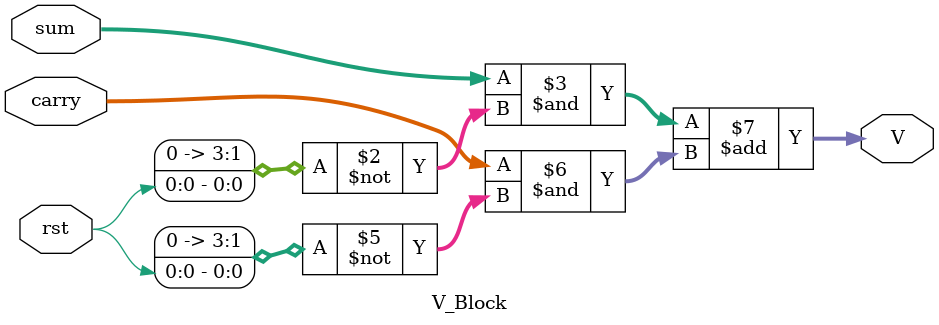
<source format=v>
`timescale 1ps / 1ps
module V_Block(output[3:0]V,input [3:0]sum,carry, input rst);
assign V = (sum&~rst) + (carry&~rst);
endmodule


</source>
